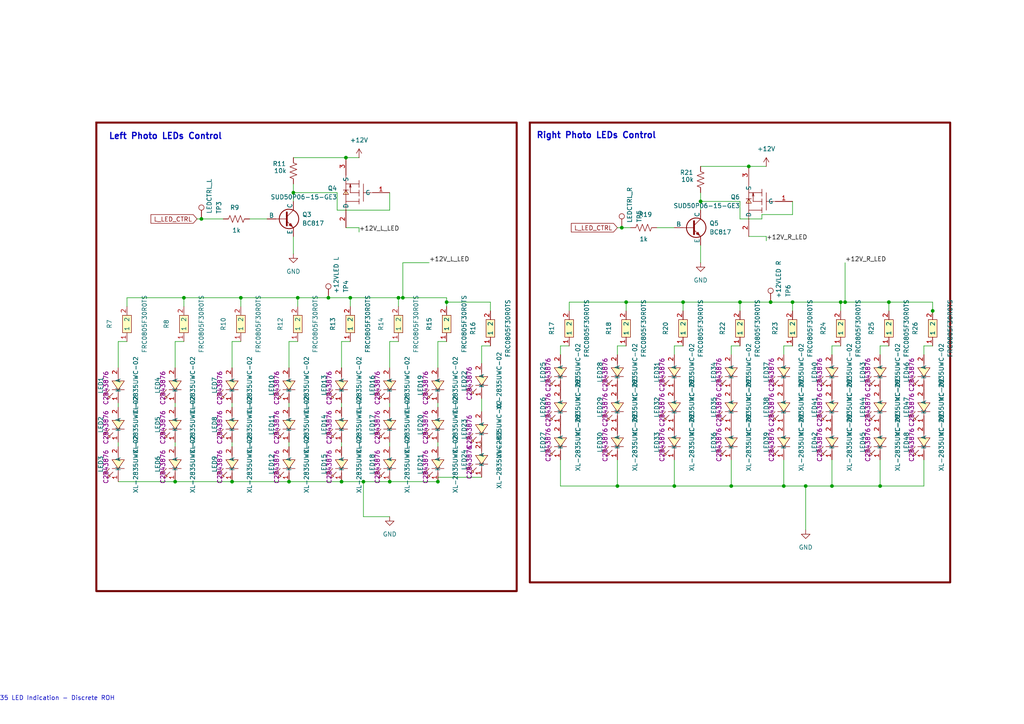
<source format=kicad_sch>
(kicad_sch (version 20250114) (generator "eeschema") (generator_version "9.0")
  (paper "A4")
  (lib_symbols
    (symbol "MB_Library:+12V" (power) (pin_numbers (hide yes)) (pin_names (offset 0) (hide yes))
      (property "Value" "+12V" (at 0 3.556 0))
      (symbol "+12V_1_1"
        (pin power_in line (at 0 0 90) (length 0) (name "~") (number "1"))
      )
    )
    (symbol "MB_Library:BC817_NPN_BJT" (pin_numbers (hide yes)) (pin_names (offset 0))
      (property "Reference" "Q" (at -2.54 7.62 0))
      (property "Value" "BC817_NPN_BJT" (at -2.54 5.08 0))
      (symbol "BC817_NPN_BJT_1_1"
        (pin input line (at -5.08 0 0) (length 2.54) (name "B") (number "1"))
        (pin open_collector line (at 2.54 5.08 270) (length 2.54) (name "C") (number "3"))
        (pin open_emitter line (at 2.54 -5.08 90) (length 2.54) (name "E") (number "2"))
      )
    )
    (symbol "MB_Library:FRC0805F30R0TS"
      (property "Reference" "R" (at 0 5.08 0))
      (property "Value" "FRC0805F30R0TS" (at 0 -5.08 0))
      (symbol "FRC0805F30R0TS_0_1"
        (pin unspecified line (at -5.08 0 0) (length 2.54) (name "1") (number "1"))
        (pin unspecified line (at 5.08 0 180) (length 2.54) (name "2") (number "2"))
      )
    )
    (symbol "MB_Library:GND" (power) (pin_numbers (hide yes)) (pin_names (offset 0) (hide yes))
      (property "Value" "GND" (at 0 -3.81 0))
      (symbol "GND_1_1"
        (pin power_in line (at 0 0 270) (length 0) (name "~") (number "1"))
      )
    )
    (symbol "MB_Library:R_US" (pin_numbers (hide yes)) (pin_names (offset 0))
      (property "Reference" "R" (at 2.54 0 90))
      (property "Value" "R_US" (at -2.54 0 90))
      (symbol "R_US_1_1"
        (pin passive line (at 0 3.81 270) (length 1.27) (name "~") (number "1"))
        (pin passive line (at 0 -3.81 90) (length 1.27) (name "~") (number "2"))
      )
    )
    (symbol "MB_Library:SUD50P06-15-GE3"
      (property "Reference" "Q" (at 0 15.24 0))
      (property "Value" "SUD50P06-15-GE3" (at 0 -15.24 0))
      (symbol "SUD50P06-15-GE3_0_1"
        (pin unspecified line (at -7.62 0 0) (length 5.08) (name "G") (number "1"))
        (pin unspecified line (at 5.08 10.16 270) (length 5.08) (name "S") (number "3"))
        (pin unspecified line (at 5.08 -10.16 90) (length 5.08) (name "D") (number "2"))
      )
    )
    (symbol "MB_Library:TestPoint" (pin_numbers (hide yes)) (pin_names (offset 0.762) (hide yes))
      (property "Reference" "TP" (at 0 6.858 0))
      (property "Value" "TestPoint" (at 0 5.08 0))
      (symbol "TestPoint_1_1"
        (pin passive line (at 0 0 90) (length 2.54) (name "1") (number "1"))
      )
    )
    (symbol "MB_Library:XL-2835UWC-02"
      (property "Reference" "LED" (at 0 5.08 0))
      (property "Value" "XL-2835UWC-02" (at 0 -5.08 0))
      (symbol "XL-2835UWC-02_0_1"
        (pin unspecified line (at -5.08 0 0) (length 2.54) (name "K") (number "1"))
        (pin unspecified line (at 5.08 0 180) (length 2.54) (name "A") (number "2"))
      )
    )
  )
  (rectangle (start 27.94 35.56) (end 149.86 171.45) (stroke (width 0.5842) (color 110 0 0 1)))
  (rectangle (start 153.67 35.56) (end 275.59 168.91) (stroke (width 0.5842) (color 110 0 0 1)))
  (text "XINGLIGHT XL-2835UWC-02 	\n60mA 6000K~7500K Yellow lens -20℃~+85℃ Positive Stick White 120° 200mW 3.4V SMD2835 LED Indication - Discrete ROH\n\nFigure out:\nHow much current do these LEDs need \n\nhow many batches per transistor thing\n\nwhat is the light angle of these LEDS (if any) without lens is cheaper\n\nCurrent per led = 60mA\nTotal current = 8(columns) x 60mA\n			  = 480mA\nTotal Luminous required = ?? lm  \nPer led luminous = ??? lm\n10 led Luminous = ???? lm" (at -28.194 215.9 0) (effects (font (size 1.27 1.27))))
  (text "Right Photo LEDs Control" (at 172.974 39.37 0) (effects (font (size 1.778 1.778) (thickness 0.3556) (bold yes))))
  (text "Left Photo LEDs Control" (at 48.006 39.624 0) (effects (font (size 1.778 1.778) (thickness 0.3556) (bold yes))))
  (junction (at 179.07 140.97))
  (junction (at 217.17 48.26))
  (junction (at 241.3 140.97))
  (junction (at 243.84 87.63))
  (junction (at 58.42 63.5))
  (junction (at 101.6 86.36))
  (junction (at 127 139.7))
  (junction (at 105.41 139.7))
  (junction (at 195.58 140.97))
  (junction (at 116.84 86.36))
  (junction (at 99.06 139.7))
  (junction (at 229.87 87.63))
  (junction (at 115.57 86.36))
  (junction (at 83.82 139.7))
  (junction (at 198.12 87.63))
  (junction (at 67.31 139.7))
  (junction (at 95.25 86.36))
  (junction (at 180.34 66.04))
  (junction (at 85.09 55.88))
  (junction (at 227.33 140.97))
  (junction (at 86.36 86.36))
  (junction (at 100.33 45.72))
  (junction (at 257.81 87.63))
  (junction (at 129.54 87.63))
  (junction (at 214.63 87.63))
  (junction (at 53.34 86.36))
  (junction (at 270.51 90.17))
  (junction (at 50.8 139.7))
  (junction (at 212.09 140.97))
  (junction (at 203.2 58.42))
  (junction (at 69.85 86.36))
  (junction (at 255.27 140.97))
  (junction (at 245.11 87.63))
  (junction (at 181.61 87.63))
  (junction (at 113.03 139.7))
  (junction (at 233.68 140.97))
  (junction (at 223.52 87.63))
  (wire (pts (xy 255.27 100.33) (xy 257.81 100.33)))
  (wire (pts (xy 67.31 116.84) (xy 67.31 118.11)))
  (wire (pts (xy 85.09 53.34) (xy 85.09 55.88)))
  (wire (pts (xy 162.56 140.97) (xy 179.07 140.97)))
  (wire (pts (xy 229.87 90.17) (xy 229.87 87.63)))
  (wire (pts (xy 181.61 90.17) (xy 181.61 87.63)))
  (wire (pts (xy 195.58 133.35) (xy 195.58 140.97)))
  (wire (pts (xy 223.52 87.63) (xy 229.87 87.63)))
  (wire (pts (xy 105.41 149.86) (xy 113.03 149.86)))
  (wire (pts (xy 162.56 100.33) (xy 165.1 100.33)))
  (wire (pts (xy 267.97 100.33) (xy 270.51 100.33)))
  (wire (pts (xy 99.06 99.06) (xy 101.6 99.06)))
  (wire (pts (xy 233.68 140.97) (xy 241.3 140.97)))
  (wire (pts (xy 53.34 86.36) (xy 69.85 86.36)))
  (wire (pts (xy 243.84 90.17) (xy 243.84 87.63)))
  (wire (pts (xy 85.09 55.88) (xy 85.09 58.42)))
  (wire (pts (xy 241.3 100.33) (xy 241.3 102.87)))
  (wire (pts (xy 203.2 55.88) (xy 203.2 58.42)))
  (wire (pts (xy 104.14 67.31) (xy 104.14 66.04)))
  (wire (pts (xy 217.17 48.26) (xy 222.25 48.26)))
  (wire (pts (xy 113.03 99.06) (xy 113.03 106.68)))
  (wire (pts (xy 50.8 99.06) (xy 50.8 106.68)))
  (wire (pts (xy 220.98 63.5) (xy 220.98 62.23)))
  (wire (pts (xy 115.57 88.9) (xy 115.57 86.36)))
  (wire (pts (xy 83.82 99.06) (xy 83.82 106.68)))
  (wire (pts (xy 83.82 139.7) (xy 99.06 139.7)))
  (wire (pts (xy 203.2 58.42) (xy 203.2 60.96)))
  (wire (pts (xy 72.39 63.5) (xy 77.47 63.5)))
  (wire (pts (xy 212.09 100.33) (xy 212.09 102.87)))
  (wire (pts (xy 227.33 100.33) (xy 227.33 102.87)))
  (wire (pts (xy 67.31 128.27) (xy 67.31 129.54)))
  (wire (pts (xy 227.33 140.97) (xy 233.68 140.97)))
  (wire (pts (xy 217.17 68.58) (xy 222.25 68.58)))
  (wire (pts (xy 139.7 100.33) (xy 142.24 100.33)))
  (wire (pts (xy 165.1 87.63) (xy 181.61 87.63)))
  (wire (pts (xy 270.51 90.17) (xy 270.51 87.63)))
  (wire (pts (xy 36.83 86.36) (xy 53.34 86.36)))
  (wire (pts (xy 257.81 87.63) (xy 270.51 87.63)))
  (wire (pts (xy 142.24 90.17) (xy 142.24 87.63)))
  (wire (pts (xy 181.61 87.63) (xy 198.12 87.63)))
  (wire (pts (xy 179.07 100.33) (xy 181.61 100.33)))
  (wire (pts (xy 113.03 139.7) (xy 127 139.7)))
  (wire (pts (xy 113.03 128.27) (xy 113.03 129.54)))
  (wire (pts (xy 129.54 87.63) (xy 142.24 87.63)))
  (wire (pts (xy 95.25 86.36) (xy 101.6 86.36)))
  (wire (pts (xy 139.7 128.27) (xy 139.7 129.54)))
  (wire (pts (xy 86.36 86.36) (xy 95.25 86.36)))
  (wire (pts (xy 86.36 88.9) (xy 86.36 86.36)))
  (wire (pts (xy 83.82 116.84) (xy 83.82 118.11)))
  (wire (pts (xy 179.07 100.33) (xy 179.07 102.87)))
  (wire (pts (xy 203.2 58.42) (xy 214.63 58.42)))
  (wire (pts (xy 113.03 99.06) (xy 115.57 99.06)))
  (wire (pts (xy 214.63 87.63) (xy 223.52 87.63)))
  (wire (pts (xy 99.06 139.7) (xy 105.41 139.7)))
  (wire (pts (xy 179.07 133.35) (xy 179.07 140.97)))
  (wire (pts (xy 257.81 90.17) (xy 257.81 87.63)))
  (wire (pts (xy 267.97 140.97) (xy 255.27 140.97)))
  (wire (pts (xy 267.97 133.35) (xy 267.97 140.97)))
  (wire (pts (xy 99.06 128.27) (xy 99.06 129.54)))
  (wire (pts (xy 127 138.43) (xy 127 139.7)))
  (wire (pts (xy 227.33 133.35) (xy 227.33 140.97)))
  (wire (pts (xy 139.7 100.33) (xy 139.7 105.41)))
  (wire (pts (xy 100.33 45.72) (xy 104.14 45.72)))
  (wire (pts (xy 267.97 100.33) (xy 267.97 102.87)))
  (wire (pts (xy 53.34 88.9) (xy 53.34 86.36)))
  (wire (pts (xy 113.03 116.84) (xy 113.03 118.11)))
  (wire (pts (xy 34.29 128.27) (xy 34.29 129.54)))
  (wire (pts (xy 165.1 90.17) (xy 165.1 87.63)))
  (wire (pts (xy 220.98 62.23) (xy 229.87 62.23)))
  (wire (pts (xy 212.09 140.97) (xy 227.33 140.97)))
  (wire (pts (xy 105.41 139.7) (xy 105.41 149.86)))
  (wire (pts (xy 139.7 138.43) (xy 127 138.43)))
  (wire (pts (xy 129.54 88.9) (xy 129.54 87.63)))
  (wire (pts (xy 129.54 87.63) (xy 129.54 86.36)))
  (wire (pts (xy 179.07 66.04) (xy 180.34 66.04)))
  (wire (pts (xy 100.33 66.04) (xy 104.14 66.04)))
  (wire (pts (xy 162.56 100.33) (xy 162.56 102.87)))
  (wire (pts (xy 36.83 88.9) (xy 36.83 86.36)))
  (wire (pts (xy 101.6 88.9) (xy 101.6 86.36)))
  (wire (pts (xy 139.7 115.57) (xy 139.7 119.38)))
  (wire (pts (xy 179.07 140.97) (xy 195.58 140.97)))
  (wire (pts (xy 34.29 99.06) (xy 36.83 99.06)))
  (wire (pts (xy 195.58 140.97) (xy 212.09 140.97)))
  (wire (pts (xy 198.12 87.63) (xy 214.63 87.63)))
  (wire (pts (xy 50.8 139.7) (xy 67.31 139.7)))
  (wire (pts (xy 162.56 133.35) (xy 162.56 140.97)))
  (wire (pts (xy 34.29 99.06) (xy 34.29 106.68)))
  (wire (pts (xy 85.09 68.58) (xy 85.09 73.66)))
  (wire (pts (xy 101.6 86.36) (xy 115.57 86.36)))
  (wire (pts (xy 113.03 60.96) (xy 113.03 55.88)))
  (wire (pts (xy 127 99.06) (xy 127 106.68)))
  (wire (pts (xy 127 128.27) (xy 127 129.54)))
  (wire (pts (xy 214.63 90.17) (xy 214.63 87.63)))
  (wire (pts (xy 69.85 88.9) (xy 69.85 86.36)))
  (wire (pts (xy 243.84 87.63) (xy 245.11 87.63)))
  (wire (pts (xy 270.51 91.44) (xy 270.51 90.17)))
  (wire (pts (xy 227.33 100.33) (xy 229.87 100.33)))
  (wire (pts (xy 245.11 76.2) (xy 245.11 87.63)))
  (wire (pts (xy 255.27 133.35) (xy 255.27 140.97)))
  (wire (pts (xy 50.8 116.84) (xy 50.8 118.11)))
  (wire (pts (xy 229.87 62.23) (xy 229.87 58.42)))
  (wire (pts (xy 50.8 128.27) (xy 50.8 129.54)))
  (wire (pts (xy 83.82 128.27) (xy 83.82 129.54)))
  (wire (pts (xy 105.41 139.7) (xy 113.03 139.7)))
  (wire (pts (xy 67.31 99.06) (xy 67.31 106.68)))
  (wire (pts (xy 99.06 116.84) (xy 99.06 118.11)))
  (wire (pts (xy 180.34 66.04) (xy 182.88 66.04)))
  (wire (pts (xy 83.82 99.06) (xy 86.36 99.06)))
  (wire (pts (xy 222.25 69.85) (xy 222.25 68.58)))
  (wire (pts (xy 241.3 100.33) (xy 243.84 100.33)))
  (wire (pts (xy 212.09 100.33) (xy 214.63 100.33)))
  (wire (pts (xy 233.68 140.97) (xy 233.68 153.67)))
  (wire (pts (xy 69.85 86.36) (xy 86.36 86.36)))
  (wire (pts (xy 85.09 55.88) (xy 97.79 55.88)))
  (wire (pts (xy 116.84 76.2) (xy 124.46 76.2)))
  (wire (pts (xy 97.79 55.88) (xy 97.79 60.96)))
  (wire (pts (xy 241.3 140.97) (xy 255.27 140.97)))
  (wire (pts (xy 195.58 100.33) (xy 195.58 102.87)))
  (wire (pts (xy 58.42 63.5) (xy 64.77 63.5)))
  (wire (pts (xy 195.58 100.33) (xy 198.12 100.33)))
  (wire (pts (xy 116.84 86.36) (xy 129.54 86.36)))
  (wire (pts (xy 229.87 87.63) (xy 243.84 87.63)))
  (wire (pts (xy 116.84 76.2) (xy 116.84 86.36)))
  (wire (pts (xy 67.31 139.7) (xy 83.82 139.7)))
  (wire (pts (xy 214.63 58.42) (xy 214.63 63.5)))
  (wire (pts (xy 212.09 133.35) (xy 212.09 140.97)))
  (wire (pts (xy 241.3 133.35) (xy 241.3 140.97)))
  (wire (pts (xy 34.29 116.84) (xy 34.29 118.11)))
  (wire (pts (xy 99.06 99.06) (xy 99.06 106.68)))
  (wire (pts (xy 203.2 48.26) (xy 217.17 48.26)))
  (wire (pts (xy 255.27 100.33) (xy 255.27 102.87)))
  (wire (pts (xy 198.12 90.17) (xy 198.12 87.63)))
  (wire (pts (xy 214.63 63.5) (xy 220.98 63.5)))
  (wire (pts (xy 203.2 71.12) (xy 203.2 76.2)))
  (wire (pts (xy 127 99.06) (xy 129.54 99.06)))
  (wire (pts (xy 97.79 60.96) (xy 113.03 60.96)))
  (wire (pts (xy 190.5 66.04) (xy 195.58 66.04)))
  (wire (pts (xy 127 116.84) (xy 127 118.11)))
  (wire (pts (xy 115.57 86.36) (xy 116.84 86.36)))
  (wire (pts (xy 50.8 99.06) (xy 53.34 99.06)))
  (wire (pts (xy 85.09 45.72) (xy 100.33 45.72)))
  (wire (pts (xy 57.15 63.5) (xy 58.42 63.5)))
  (wire (pts (xy 245.11 87.63) (xy 257.81 87.63)))
  (wire (pts (xy 67.31 99.06) (xy 69.85 99.06)))
  (wire (pts (xy 34.29 139.7) (xy 50.8 139.7)))
  (label "+12V_R_LED" (at 245.11 76.2 0))
  (label "+12V_L_LED" (at 104.14 67.31 0))
  (label "+12V_R_LED" (at 222.25 69.85 0))
  (label "+12V_L_LED" (at 124.46 76.2 0))
  (global_label "L_LED_CTRL" (shape input) (at 179.07 66.04 180) (property "Intersheetrefs" "${INTERSHEET_REFS}" (effects (hide yes))))
  (global_label "L_LED_CTRL" (shape input) (at 57.15 63.5 180) (property "Intersheetrefs" "${INTERSHEET_REFS}" (effects (hide yes))))
  (symbol (lib_id "MB_Library:FRC0805F30R0TS") (at 69.85 93.98 90) (unit 1)
    (property "Reference" "R10" (at 64.77 93.98 0))
    (property "Value" "FRC0805F30R0TS" (at 74.93 93.98 0))
    (property "Footprint" "easyeda2kicad:R0805" (effects (hide yes)))
    (property "LCSC Part" "C2907256" (effects (hide yes)))
  )
  (symbol (lib_id "MB_Library:+12V") (at 222.25 48.26 0) (unit 1)
    (property "Reference" "#PWR038" (effects (hide yes)))
    (property "Value" "+12V" (at 222.25 43.18 0))
    (property "Description" "Power symbol creates a global label with name \"+12V\"" (effects (hide yes)))
  )
  (symbol (lib_id "MB_Library:BC817_NPN_BJT") (at 200.66 66.04 0) (unit 1)
    (property "Reference" "Q5" (at 205.74 64.7699 0) (effects (justify left)))
    (property "Value" "BC817" (at 205.74 67.3099 0) (effects (justify left)))
    (property "Footprint" "Package_TO_SOT_SMD:SOT-23" (effects (hide yes)))
    (property "Datasheet" "https://ngspice.sourceforge.io/docs/ngspice-html-manual/manual.xhtml#cha_BJTs" (effects (hide yes)))
    (property "Description" "Bipolar transistor symbol for simulation only, substrate tied to the emitter" (effects (hide yes)))
    (property "Sim.Device" "NPN" (effects (hide yes)))
    (property "Sim.Type" "GUMMELPOON" (effects (hide yes)))
    (property "Sim.Pins" "1=C 2=B 3=E" (effects (hide yes)))
    (property "LCSC Part no " "C39828" (effects (hide yes)))
  )
  (symbol (lib_id "MB_Library:XL-2835UWC-02") (at 113.03 111.76 90) (unit 1)
    (property "Reference" "LED16" (at 107.95 111.76 0))
    (property "Value" "XL-2835UWC-02" (at 118.11 111.76 0))
    (property "Footprint" "easyeda2kicad:LED-SMD_L3.5-W2.8-RD_1.25T-2PWT" (effects (hide yes)))
    (property "Description" "Light emitting diode" (effects (hide yes)))
    (property "Sim.Pins" "1=K 2=A" (effects (hide yes)))
    (property "LCSC Part no " "C2843876" (at 109.474 112.522 0))
    (property "Digikey Part No" "JB2835BWT-G-B50GA0000-N0000001" (effects (hide yes)))
    (property "LCSC Part" "C2843876" (effects (hide yes)))
  )
  (symbol (lib_id "MB_Library:XL-2835UWC-02") (at 99.06 134.62 90) (unit 1)
    (property "Reference" "LED15" (at 93.98 134.62 0))
    (property "Value" "XL-2835UWC-02" (at 104.14 134.62 0))
    (property "Footprint" "easyeda2kicad:LED-SMD_L3.5-W2.8-RD_1.25T-2PWT" (effects (hide yes)))
    (property "Description" "Light emitting diode" (effects (hide yes)))
    (property "Sim.Pins" "1=K 2=A" (effects (hide yes)))
    (property "LCSC Part no " "C2843876" (at 95.504 135.382 0))
    (property "Digikey Part No" "JB2835BWT-G-B50GA0000-N0000001" (effects (hide yes)))
    (property "LCSC Part" "C2843876" (effects (hide yes)))
  )
  (symbol (lib_id "MB_Library:FRC0805F30R0TS") (at 181.61 95.25 90) (unit 1)
    (property "Reference" "R18" (at 176.53 95.25 0))
    (property "Value" "FRC0805F30R0TS" (at 186.69 95.25 0))
    (property "Footprint" "easyeda2kicad:R0805" (effects (hide yes)))
    (property "LCSC Part" "C2907256" (effects (hide yes)))
  )
  (symbol (lib_id "MB_Library:XL-2835UWC-02") (at 241.3 118.11 90) (unit 1)
    (property "Reference" "LED41" (at 236.22 118.11 0))
    (property "Value" "XL-2835UWC-02" (at 246.38 118.11 0))
    (property "Footprint" "easyeda2kicad:LED-SMD_L3.5-W2.8-RD_1.25T-2PWT" (effects (hide yes)))
    (property "Description" "Light emitting diode" (effects (hide yes)))
    (property "Sim.Pins" "1=K 2=A" (effects (hide yes)))
    (property "LCSC Part no " "C2843876" (at 237.744 118.872 0))
    (property "Digikey Part No" "JB2835BWT-G-B50GA0000-N0000001" (effects (hide yes)))
    (property "LCSC Part" "C2843876" (effects (hide yes)))
  )
  (symbol (lib_id "MB_Library:XL-2835UWC-02") (at 255.27 118.11 90) (unit 1)
    (property "Reference" "LED44" (at 250.19 118.11 0))
    (property "Value" "XL-2835UWC-02" (at 260.35 118.11 0))
    (property "Footprint" "easyeda2kicad:LED-SMD_L3.5-W2.8-RD_1.25T-2PWT" (effects (hide yes)))
    (property "Description" "Light emitting diode" (effects (hide yes)))
    (property "Sim.Pins" "1=K 2=A" (effects (hide yes)))
    (property "LCSC Part no " "C2843876" (at 251.714 118.872 0))
    (property "Digikey Part No" "JB2835BWT-G-B50GA0000-N0000001" (effects (hide yes)))
    (property "LCSC Part" "C2843876" (effects (hide yes)))
  )
  (symbol (lib_id "MB_Library:BC817_NPN_BJT") (at 82.55 63.5 0) (unit 1)
    (property "Reference" "Q3" (at 87.63 62.2299 0) (effects (justify left)))
    (property "Value" "BC817" (at 87.63 64.7699 0) (effects (justify left)))
    (property "Footprint" "Package_TO_SOT_SMD:SOT-23" (effects (hide yes)))
    (property "Datasheet" "https://ngspice.sourceforge.io/docs/ngspice-html-manual/manual.xhtml#cha_BJTs" (effects (hide yes)))
    (property "Description" "Bipolar transistor symbol for simulation only, substrate tied to the emitter" (effects (hide yes)))
    (property "Sim.Device" "NPN" (effects (hide yes)))
    (property "Sim.Type" "GUMMELPOON" (effects (hide yes)))
    (property "Sim.Pins" "1=C 2=B 3=E" (effects (hide yes)))
    (property "LCSC Part no " "C39828" (effects (hide yes)))
  )
  (symbol (lib_id "MB_Library:FRC0805F30R0TS") (at 86.36 93.98 90) (unit 1)
    (property "Reference" "R12" (at 81.28 93.98 0))
    (property "Value" "FRC0805F30R0TS" (at 91.44 93.98 0))
    (property "Footprint" "easyeda2kicad:R0805" (effects (hide yes)))
    (property "LCSC Part" "C2907256" (effects (hide yes)))
  )
  (symbol (lib_id "MB_Library:XL-2835UWC-02") (at 67.31 134.62 90) (unit 1)
    (property "Reference" "LED9" (at 62.23 134.62 0))
    (property "Value" "XL-2835UWC-02" (at 72.39 134.62 0))
    (property "Footprint" "easyeda2kicad:LED-SMD_L3.5-W2.8-RD_1.25T-2PWT" (effects (hide yes)))
    (property "Description" "Light emitting diode" (effects (hide yes)))
    (property "Sim.Pins" "1=K 2=A" (effects (hide yes)))
    (property "LCSC Part no " "C2843876" (at 63.754 135.382 0))
    (property "Digikey Part No" "JB2835BWT-G-B50GA0000-N0000001" (effects (hide yes)))
    (property "LCSC Part" "C2843876" (effects (hide yes)))
  )
  (symbol (lib_id "MB_Library:XL-2835UWC-02") (at 50.8 134.62 90) (unit 1)
    (property "Reference" "LED6" (at 45.72 134.62 0))
    (property "Value" "XL-2835UWC-02" (at 55.88 134.62 0))
    (property "Footprint" "easyeda2kicad:LED-SMD_L3.5-W2.8-RD_1.25T-2PWT" (effects (hide yes)))
    (property "Description" "Light emitting diode" (effects (hide yes)))
    (property "Sim.Pins" "1=K 2=A" (effects (hide yes)))
    (property "LCSC Part no " "C2843876" (at 47.244 135.382 0))
    (property "Digikey Part No" "JB2835BWT-G-B50GA0000-N0000001" (effects (hide yes)))
    (property "LCSC Part" "C2843876" (effects (hide yes)))
  )
  (symbol (lib_id "MB_Library:XL-2835UWC-02") (at 162.56 118.11 90) (unit 1)
    (property "Reference" "LED26" (at 157.48 118.11 0))
    (property "Value" "XL-2835UWC-02" (at 167.64 118.11 0))
    (property "Footprint" "easyeda2kicad:LED-SMD_L3.5-W2.8-RD_1.25T-2PWT" (effects (hide yes)))
    (property "Description" "Light emitting diode" (effects (hide yes)))
    (property "Sim.Pins" "1=K 2=A" (effects (hide yes)))
    (property "LCSC Part no " "C2843876" (at 159.004 118.872 0))
    (property "Digikey Part No" "JB2835BWT-G-B50GA0000-N0000001" (effects (hide yes)))
    (property "LCSC Part" "C2843876" (effects (hide yes)))
  )
  (symbol (lib_id "MB_Library:SUD50P06-15-GE3") (at 105.41 55.88 0) (mirror y) (unit 1)
    (property "Reference" "Q4" (at 97.79 54.6099 0) (effects (justify left)))
    (property "Value" "SUD50P06-15-GE3" (at 97.79 57.1499 0) (effects (justify left)))
    (property "Footprint" "easyeda2kicad:TO-252-3_L6.5-W5.8-P4.58-BL" (effects (hide yes)))
    (property "Datasheet" "https://lcsc.com/product-detail/MOSFET_VISHAY_SUD50P06-15-GE3_SUD50P06-15-GE3_C141584.html" (effects (hide yes)))
    (property "LCSC Part" "C141584" (effects (hide yes)))
  )
  (symbol (lib_id "MB_Library:FRC0805F30R0TS") (at 129.54 93.98 90) (unit 1)
    (property "Reference" "R15" (at 124.46 93.98 0))
    (property "Value" "FRC0805F30R0TS" (at 134.62 93.98 0))
    (property "Footprint" "easyeda2kicad:R0805" (effects (hide yes)))
    (property "LCSC Part" "C2907256" (effects (hide yes)))
  )
  (symbol (lib_id "MB_Library:XL-2835UWC-02") (at 139.7 124.46 90) (unit 1)
    (property "Reference" "LED23" (at 134.62 124.46 0))
    (property "Value" "XL-2835UWC-02" (at 144.78 124.46 0))
    (property "Footprint" "easyeda2kicad:LED-SMD_L3.5-W2.8-RD_1.25T-2PWT" (effects (hide yes)))
    (property "Description" "Light emitting diode" (effects (hide yes)))
    (property "Sim.Pins" "1=K 2=A" (effects (hide yes)))
    (property "LCSC Part no " "C2843876" (at 136.144 125.222 0))
    (property "Digikey Part No" "JB2835BWT-G-B50GA0000-N0000001" (effects (hide yes)))
    (property "LCSC Part" "C2843876" (effects (hide yes)))
  )
  (symbol (lib_id "MB_Library:XL-2835UWC-02") (at 212.09 107.95 90) (unit 1)
    (property "Reference" "LED34" (at 207.01 107.95 0))
    (property "Value" "XL-2835UWC-02" (at 217.17 107.95 0))
    (property "Footprint" "easyeda2kicad:LED-SMD_L3.5-W2.8-RD_1.25T-2PWT" (effects (hide yes)))
    (property "Description" "Light emitting diode" (effects (hide yes)))
    (property "Sim.Pins" "1=K 2=A" (effects (hide yes)))
    (property "LCSC Part no " "C2843876" (at 208.534 108.712 0))
    (property "Digikey Part No" "JB2835BWT-G-B50GA0000-N0000001" (effects (hide yes)))
    (property "LCSC Part" "C2843876" (effects (hide yes)))
  )
  (symbol (lib_id "MB_Library:R_US") (at 85.09 49.53 180) (unit 1)
    (property "Reference" "R11" (at 81.026 47.498 0))
    (property "Value" "10k" (at 81.28 49.53 0))
    (property "Footprint" "Resistor_SMD:R_0805_2012Metric" (effects (hide yes)))
    (property "Description" "125mW Thick Film Resistors 150V ±100ppm/℃ ±1% 10kΩ 0805 Chip Resistor - Surface Mount ROHS" (effects (hide yes)))
    (property "LCSC Part no " "C84376" (effects (hide yes)))
  )
  (symbol (lib_id "MB_Library:FRC0805F30R0TS") (at 165.1 95.25 90) (unit 1)
    (property "Reference" "R17" (at 160.02 95.25 0))
    (property "Value" "FRC0805F30R0TS" (at 170.18 95.25 0))
    (property "Footprint" "easyeda2kicad:R0805" (effects (hide yes)))
    (property "LCSC Part" "C2907256" (effects (hide yes)))
  )
  (symbol (lib_id "MB_Library:XL-2835UWC-02") (at 195.58 128.27 90) (unit 1)
    (property "Reference" "LED33" (at 190.5 128.27 0))
    (property "Value" "XL-2835UWC-02" (at 200.66 128.27 0))
    (property "Footprint" "easyeda2kicad:LED-SMD_L3.5-W2.8-RD_1.25T-2PWT" (effects (hide yes)))
    (property "Description" "Light emitting diode" (effects (hide yes)))
    (property "Sim.Pins" "1=K 2=A" (effects (hide yes)))
    (property "LCSC Part no " "C2843876" (at 192.024 129.032 0))
    (property "Digikey Part No" "JB2835BWT-G-B50GA0000-N0000001" (effects (hide yes)))
    (property "LCSC Part" "C2843876" (effects (hide yes)))
  )
  (symbol (lib_id "MB_Library:XL-2835UWC-02") (at 162.56 128.27 90) (unit 1)
    (property "Reference" "LED27" (at 157.48 128.27 0))
    (property "Value" "XL-2835UWC-02" (at 167.64 128.27 0))
    (property "Footprint" "easyeda2kicad:LED-SMD_L3.5-W2.8-RD_1.25T-2PWT" (effects (hide yes)))
    (property "Description" "Light emitting diode" (effects (hide yes)))
    (property "Sim.Pins" "1=K 2=A" (effects (hide yes)))
    (property "LCSC Part no " "C2843876" (at 159.004 129.032 0))
    (property "Digikey Part No" "JB2835BWT-G-B50GA0000-N0000001" (effects (hide yes)))
    (property "LCSC Part" "C2843876" (effects (hide yes)))
  )
  (symbol (lib_id "MB_Library:XL-2835UWC-02") (at 241.3 128.27 90) (unit 1)
    (property "Reference" "LED42" (at 236.22 128.27 0))
    (property "Value" "XL-2835UWC-02" (at 246.38 128.27 0))
    (property "Footprint" "easyeda2kicad:LED-SMD_L3.5-W2.8-RD_1.25T-2PWT" (effects (hide yes)))
    (property "Description" "Light emitting diode" (effects (hide yes)))
    (property "Sim.Pins" "1=K 2=A" (effects (hide yes)))
    (property "LCSC Part no " "C2843876" (at 237.744 129.032 0))
    (property "Digikey Part No" "JB2835BWT-G-B50GA0000-N0000001" (effects (hide yes)))
    (property "LCSC Part" "C2843876" (effects (hide yes)))
  )
  (symbol (lib_id "MB_Library:XL-2835UWC-02") (at 127 123.19 90) (unit 1)
    (property "Reference" "LED20" (at 121.92 123.19 0))
    (property "Value" "XL-2835UWC-02" (at 132.08 123.19 0))
    (property "Footprint" "easyeda2kicad:LED-SMD_L3.5-W2.8-RD_1.25T-2PWT" (effects (hide yes)))
    (property "Description" "Light emitting diode" (effects (hide yes)))
    (property "Sim.Pins" "1=K 2=A" (effects (hide yes)))
    (property "LCSC Part no " "C2843876" (at 123.444 123.952 0))
    (property "Digikey Part No" "JB2835BWT-G-B50GA0000-N0000001" (effects (hide yes)))
    (property "LCSC Part" "C2843876" (effects (hide yes)))
  )
  (symbol (lib_id "MB_Library:XL-2835UWC-02") (at 267.97 107.95 90) (unit 1)
    (property "Reference" "LED46" (at 262.89 107.95 0))
    (property "Value" "XL-2835UWC-02" (at 273.05 107.95 0))
    (property "Footprint" "easyeda2kicad:LED-SMD_L3.5-W2.8-RD_1.25T-2PWT" (effects (hide yes)))
    (property "Description" "Light emitting diode" (effects (hide yes)))
    (property "Sim.Pins" "1=K 2=A" (effects (hide yes)))
    (property "LCSC Part no " "C2843876" (at 264.414 108.712 0))
    (property "Digikey Part No" "JB2835BWT-G-B50GA0000-N0000001" (effects (hide yes)))
    (property "LCSC Part" "C2843876" (effects (hide yes)))
  )
  (symbol (lib_id "MB_Library:XL-2835UWC-02") (at 83.82 123.19 90) (unit 1)
    (property "Reference" "LED11" (at 78.74 123.19 0))
    (property "Value" "XL-2835UWC-02" (at 88.9 123.19 0))
    (property "Footprint" "easyeda2kicad:LED-SMD_L3.5-W2.8-RD_1.25T-2PWT" (effects (hide yes)))
    (property "Description" "Light emitting diode" (effects (hide yes)))
    (property "Sim.Pins" "1=K 2=A" (effects (hide yes)))
    (property "LCSC Part no " "C2843876" (at 80.264 123.952 0))
    (property "Digikey Part No" "JB2835BWT-G-B50GA0000-N0000001" (effects (hide yes)))
    (property "LCSC Part" "C2843876" (effects (hide yes)))
  )
  (symbol (lib_id "MB_Library:XL-2835UWC-02") (at 34.29 123.19 90) (unit 1)
    (property "Reference" "LED2" (at 29.21 123.19 0))
    (property "Value" "XL-2835UWC-02" (at 39.37 123.19 0))
    (property "Footprint" "easyeda2kicad:LED-SMD_L3.5-W2.8-RD_1.25T-2PWT" (effects (hide yes)))
    (property "Description" "Light emitting diode" (effects (hide yes)))
    (property "Sim.Pins" "1=K 2=A" (effects (hide yes)))
    (property "LCSC Part no " "C2843876" (at 30.734 123.952 0))
    (property "Digikey Part No" "JB2835BWT-G-B50GA0000-N0000001" (effects (hide yes)))
    (property "LCSC Part" "C2843876" (effects (hide yes)))
  )
  (symbol (lib_id "MB_Library:XL-2835UWC-02") (at 34.29 134.62 90) (unit 1)
    (property "Reference" "LED3" (at 29.21 134.62 0))
    (property "Value" "XL-2835UWC-02" (at 39.37 134.62 0))
    (property "Footprint" "easyeda2kicad:LED-SMD_L3.5-W2.8-RD_1.25T-2PWT" (effects (hide yes)))
    (property "Description" "Light emitting diode" (effects (hide yes)))
    (property "Sim.Pins" "1=K 2=A" (effects (hide yes)))
    (property "LCSC Part no " "C2843876" (at 30.734 135.382 0))
    (property "Digikey Part No" "JB2835BWT-G-B50GA0000-N0000001" (effects (hide yes)))
    (property "LCSC Part" "C2843876" (effects (hide yes)))
  )
  (symbol (lib_id "MB_Library:XL-2835UWC-02") (at 99.06 111.76 90) (unit 1)
    (property "Reference" "LED13" (at 93.98 111.76 0))
    (property "Value" "XL-2835UWC-02" (at 104.14 111.76 0))
    (property "Footprint" "easyeda2kicad:LED-SMD_L3.5-W2.8-RD_1.25T-2PWT" (effects (hide yes)))
    (property "Description" "Light emitting diode" (effects (hide yes)))
    (property "Sim.Pins" "1=K 2=A" (effects (hide yes)))
    (property "LCSC Part no " "C2843876" (at 95.504 112.522 0))
    (property "Digikey Part No" "JB2835BWT-G-B50GA0000-N0000001" (effects (hide yes)))
    (property "LCSC Part" "C2843876" (effects (hide yes)))
  )
  (symbol (lib_id "MB_Library:GND") (at 85.09 73.66 0) (unit 1)
    (property "Reference" "#PWR034" (effects (hide yes)))
    (property "Value" "GND" (at 85.09 78.74 0))
    (property "Description" "Power symbol creates a global label with name \"GND\" , ground" (effects (hide yes)))
  )
  (symbol (lib_id "MB_Library:XL-2835UWC-02") (at 83.82 111.76 90) (unit 1)
    (property "Reference" "LED10" (at 78.74 111.76 0))
    (property "Value" "XL-2835UWC-02" (at 88.9 111.76 0))
    (property "Footprint" "easyeda2kicad:LED-SMD_L3.5-W2.8-RD_1.25T-2PWT" (effects (hide yes)))
    (property "Description" "Light emitting diode" (effects (hide yes)))
    (property "Sim.Pins" "1=K 2=A" (effects (hide yes)))
    (property "LCSC Part no " "C2843876" (at 80.264 112.522 0))
    (property "Digikey Part No" "JB2835BWT-G-B50GA0000-N0000001" (effects (hide yes)))
    (property "LCSC Part" "C2843876" (effects (hide yes)))
  )
  (symbol (lib_id "MB_Library:GND") (at 113.03 149.86 0) (unit 1)
    (property "Reference" "#PWR036" (effects (hide yes)))
    (property "Value" "GND" (at 113.03 154.94 0))
    (property "Description" "Power symbol creates a global label with name \"GND\" , ground" (effects (hide yes)))
  )
  (symbol (lib_id "MB_Library:TestPoint") (at 223.52 87.63 0) (unit 1)
    (property "Reference" "TP6" (at 228.6 84.328 90))
    (property "Value" "+12VLED R" (at 225.806 81.026 90))
    (property "Footprint" "TestPoint:TestPoint_THTPad_D1.0mm_Drill0.5mm" (effects (hide yes)))
    (property "Description" "test point" (effects (hide yes)))
  )
  (symbol (lib_id "MB_Library:XL-2835UWC-02") (at 127 134.62 90) (unit 1)
    (property "Reference" "LED21" (at 121.92 134.62 0))
    (property "Value" "XL-2835UWC-02" (at 132.08 134.62 0))
    (property "Footprint" "easyeda2kicad:LED-SMD_L3.5-W2.8-RD_1.25T-2PWT" (effects (hide yes)))
    (property "Description" "Light emitting diode" (effects (hide yes)))
    (property "Sim.Pins" "1=K 2=A" (effects (hide yes)))
    (property "LCSC Part no " "C2843876" (at 123.444 135.382 0))
    (property "Digikey Part No" "JB2835BWT-G-B50GA0000-N0000001" (effects (hide yes)))
    (property "LCSC Part" "C2843876" (effects (hide yes)))
  )
  (symbol (lib_id "MB_Library:FRC0805F30R0TS") (at 115.57 93.98 90) (unit 1)
    (property "Reference" "R14" (at 110.49 93.98 0))
    (property "Value" "FRC0805F30R0TS" (at 120.65 93.98 0))
    (property "Footprint" "easyeda2kicad:R0805" (effects (hide yes)))
    (property "LCSC Part" "C2907256" (effects (hide yes)))
  )
  (symbol (lib_id "MB_Library:XL-2835UWC-02") (at 212.09 118.11 90) (unit 1)
    (property "Reference" "LED35" (at 207.01 118.11 0))
    (property "Value" "XL-2835UWC-02" (at 217.17 118.11 0))
    (property "Footprint" "easyeda2kicad:LED-SMD_L3.5-W2.8-RD_1.25T-2PWT" (effects (hide yes)))
    (property "Description" "Light emitting diode" (effects (hide yes)))
    (property "Sim.Pins" "1=K 2=A" (effects (hide yes)))
    (property "LCSC Part no " "C2843876" (at 208.534 118.872 0))
    (property "Digikey Part No" "JB2835BWT-G-B50GA0000-N0000001" (effects (hide yes)))
    (property "LCSC Part" "C2843876" (effects (hide yes)))
  )
  (symbol (lib_id "MB_Library:+12V") (at 104.14 45.72 0) (unit 1)
    (property "Reference" "#PWR035" (effects (hide yes)))
    (property "Value" "+12V" (at 104.14 40.64 0))
    (property "Description" "Power symbol creates a global label with name \"+12V\"" (effects (hide yes)))
  )
  (symbol (lib_id "MB_Library:FRC0805F30R0TS") (at 214.63 95.25 90) (unit 1)
    (property "Reference" "R22" (at 209.55 95.25 0))
    (property "Value" "FRC0805F30R0TS" (at 219.71 95.25 0))
    (property "Footprint" "easyeda2kicad:R0805" (effects (hide yes)))
    (property "LCSC Part" "C2907256" (effects (hide yes)))
  )
  (symbol (lib_id "MB_Library:FRC0805F30R0TS") (at 257.81 95.25 90) (unit 1)
    (property "Reference" "R25" (at 252.73 95.25 0))
    (property "Value" "FRC0805F30R0TS" (at 262.89 95.25 0))
    (property "Footprint" "easyeda2kicad:R0805" (effects (hide yes)))
    (property "LCSC Part" "C2907256" (effects (hide yes)))
  )
  (symbol (lib_id "MB_Library:XL-2835UWC-02") (at 255.27 107.95 90) (unit 1)
    (property "Reference" "LED43" (at 250.19 107.95 0))
    (property "Value" "XL-2835UWC-02" (at 260.35 107.95 0))
    (property "Footprint" "easyeda2kicad:LED-SMD_L3.5-W2.8-RD_1.25T-2PWT" (effects (hide yes)))
    (property "Description" "Light emitting diode" (effects (hide yes)))
    (property "Sim.Pins" "1=K 2=A" (effects (hide yes)))
    (property "LCSC Part no " "C2843876" (at 251.714 108.712 0))
    (property "Digikey Part No" "JB2835BWT-G-B50GA0000-N0000001" (effects (hide yes)))
    (property "LCSC Part" "C2843876" (effects (hide yes)))
  )
  (symbol (lib_id "MB_Library:GND") (at 203.2 76.2 0) (unit 1)
    (property "Reference" "#PWR037" (effects (hide yes)))
    (property "Value" "GND" (at 203.2 81.28 0))
    (property "Description" "Power symbol creates a global label with name \"GND\" , ground" (effects (hide yes)))
  )
  (symbol (lib_id "MB_Library:XL-2835UWC-02") (at 139.7 133.35 90) (unit 1)
    (property "Reference" "LED24" (at 134.62 133.35 0))
    (property "Value" "XL-2835UWC-02" (at 144.78 133.35 0))
    (property "Footprint" "easyeda2kicad:LED-SMD_L3.5-W2.8-RD_1.25T-2PWT" (effects (hide yes)))
    (property "Description" "Light emitting diode" (effects (hide yes)))
    (property "Sim.Pins" "1=K 2=A" (effects (hide yes)))
    (property "LCSC Part no " "C2843876" (at 136.144 134.112 0))
    (property "Digikey Part No" "JB2835BWT-G-B50GA0000-N0000001" (effects (hide yes)))
    (property "LCSC Part" "C2843876" (effects (hide yes)))
  )
  (symbol (lib_id "MB_Library:XL-2835UWC-02") (at 162.56 107.95 90) (unit 1)
    (property "Reference" "LED25" (at 157.48 107.95 0))
    (property "Value" "XL-2835UWC-02" (at 167.64 107.95 0))
    (property "Footprint" "easyeda2kicad:LED-SMD_L3.5-W2.8-RD_1.25T-2PWT" (effects (hide yes)))
    (property "Description" "Light emitting diode" (effects (hide yes)))
    (property "Sim.Pins" "1=K 2=A" (effects (hide yes)))
    (property "LCSC Part no " "C2843876" (at 159.004 108.712 0))
    (property "Digikey Part No" "JB2835BWT-G-B50GA0000-N0000001" (effects (hide yes)))
    (property "LCSC Part" "C2843876" (effects (hide yes)))
  )
  (symbol (lib_id "MB_Library:XL-2835UWC-02") (at 127 111.76 90) (unit 1)
    (property "Reference" "LED19" (at 121.92 111.76 0))
    (property "Value" "XL-2835UWC-02" (at 132.08 111.76 0))
    (property "Footprint" "easyeda2kicad:LED-SMD_L3.5-W2.8-RD_1.25T-2PWT" (effects (hide yes)))
    (property "Description" "Light emitting diode" (effects (hide yes)))
    (property "Sim.Pins" "1=K 2=A" (effects (hide yes)))
    (property "LCSC Part no " "C2843876" (at 123.444 112.522 0))
    (property "Digikey Part No" "JB2835BWT-G-B50GA0000-N0000001" (effects (hide yes)))
    (property "LCSC Part" "C2843876" (effects (hide yes)))
  )
  (symbol (lib_id "MB_Library:XL-2835UWC-02") (at 227.33 107.95 90) (unit 1)
    (property "Reference" "LED37" (at 222.25 107.95 0))
    (property "Value" "XL-2835UWC-02" (at 232.41 107.95 0))
    (property "Footprint" "easyeda2kicad:LED-SMD_L3.5-W2.8-RD_1.25T-2PWT" (effects (hide yes)))
    (property "Description" "Light emitting diode" (effects (hide yes)))
    (property "Sim.Pins" "1=K 2=A" (effects (hide yes)))
    (property "LCSC Part no " "C2843876" (at 223.774 108.712 0))
    (property "Digikey Part No" "JB2835BWT-G-B50GA0000-N0000001" (effects (hide yes)))
    (property "LCSC Part" "C2843876" (effects (hide yes)))
  )
  (symbol (lib_id "MB_Library:XL-2835UWC-02") (at 227.33 118.11 90) (unit 1)
    (property "Reference" "LED38" (at 222.25 118.11 0))
    (property "Value" "XL-2835UWC-02" (at 232.41 118.11 0))
    (property "Footprint" "easyeda2kicad:LED-SMD_L3.5-W2.8-RD_1.25T-2PWT" (effects (hide yes)))
    (property "Description" "Light emitting diode" (effects (hide yes)))
    (property "Sim.Pins" "1=K 2=A" (effects (hide yes)))
    (property "LCSC Part no " "C2843876" (at 223.774 118.872 0))
    (property "Digikey Part No" "JB2835BWT-G-B50GA0000-N0000001" (effects (hide yes)))
    (property "LCSC Part" "C2843876" (effects (hide yes)))
  )
  (symbol (lib_id "MB_Library:XL-2835UWC-02") (at 113.03 134.62 90) (unit 1)
    (property "Reference" "LED18" (at 107.95 134.62 0))
    (property "Value" "XL-2835UWC-02" (at 118.11 134.62 0))
    (property "Footprint" "easyeda2kicad:LED-SMD_L3.5-W2.8-RD_1.25T-2PWT" (effects (hide yes)))
    (property "Description" "Light emitting diode" (effects (hide yes)))
    (property "Sim.Pins" "1=K 2=A" (effects (hide yes)))
    (property "LCSC Part no " "C2843876" (at 109.474 135.382 0))
    (property "Digikey Part No" "JB2835BWT-G-B50GA0000-N0000001" (effects (hide yes)))
    (property "LCSC Part" "C2843876" (effects (hide yes)))
  )
  (symbol (lib_id "MB_Library:R_US") (at 68.58 63.5 270) (unit 1)
    (property "Reference" "R9" (at 68.072 60.198 90))
    (property "Value" "1k" (at 68.58 66.802 90))
    (property "Footprint" "Resistor_SMD:R_0805_2012Metric" (effects (hide yes)))
    (property "Description" "125mW Thick Film Resistors 150V ±100ppm/℃ ±1% 1kΩ 0805 Chip Resistor - Surface Mount ROHS" (effects (hide yes)))
    (property "LCSC Part no " "C95781" (effects (hide yes)))
  )
  (symbol (lib_id "MB_Library:GND") (at 233.68 153.67 0) (unit 1)
    (property "Reference" "#PWR039" (effects (hide yes)))
    (property "Value" "GND" (at 233.68 158.75 0))
    (property "Description" "Power symbol creates a global label with name \"GND\" , ground" (effects (hide yes)))
  )
  (symbol (lib_id "MB_Library:XL-2835UWC-02") (at 195.58 118.11 90) (unit 1)
    (property "Reference" "LED32" (at 190.5 118.11 0))
    (property "Value" "XL-2835UWC-02" (at 200.66 118.11 0))
    (property "Footprint" "easyeda2kicad:LED-SMD_L3.5-W2.8-RD_1.25T-2PWT" (effects (hide yes)))
    (property "Description" "Light emitting diode" (effects (hide yes)))
    (property "Sim.Pins" "1=K 2=A" (effects (hide yes)))
    (property "LCSC Part no " "C2843876" (at 192.024 118.872 0))
    (property "Digikey Part No" "JB2835BWT-G-B50GA0000-N0000001" (effects (hide yes)))
    (property "LCSC Part" "C2843876" (effects (hide yes)))
  )
  (symbol (lib_id "MB_Library:XL-2835UWC-02") (at 255.27 128.27 90) (unit 1)
    (property "Reference" "LED45" (at 250.19 128.27 0))
    (property "Value" "XL-2835UWC-02" (at 260.35 128.27 0))
    (property "Footprint" "easyeda2kicad:LED-SMD_L3.5-W2.8-RD_1.25T-2PWT" (effects (hide yes)))
    (property "Description" "Light emitting diode" (effects (hide yes)))
    (property "Sim.Pins" "1=K 2=A" (effects (hide yes)))
    (property "LCSC Part no " "C2843876" (at 251.714 129.032 0))
    (property "Digikey Part No" "JB2835BWT-G-B50GA0000-N0000001" (effects (hide yes)))
    (property "LCSC Part" "C2843876" (effects (hide yes)))
  )
  (symbol (lib_id "MB_Library:FRC0805F30R0TS") (at 198.12 95.25 90) (unit 1)
    (property "Reference" "R20" (at 193.04 95.25 0))
    (property "Value" "FRC0805F30R0TS" (at 203.2 95.25 0))
    (property "Footprint" "easyeda2kicad:R0805" (effects (hide yes)))
    (property "LCSC Part" "C2907256" (effects (hide yes)))
  )
  (symbol (lib_id "MB_Library:XL-2835UWC-02") (at 267.97 118.11 90) (unit 1)
    (property "Reference" "LED47" (at 262.89 118.11 0))
    (property "Value" "XL-2835UWC-02" (at 273.05 118.11 0))
    (property "Footprint" "easyeda2kicad:LED-SMD_L3.5-W2.8-RD_1.25T-2PWT" (effects (hide yes)))
    (property "Description" "Light emitting diode" (effects (hide yes)))
    (property "Sim.Pins" "1=K 2=A" (effects (hide yes)))
    (property "LCSC Part no " "C2843876" (at 264.414 118.872 0))
    (property "Digikey Part No" "JB2835BWT-G-B50GA0000-N0000001" (effects (hide yes)))
    (property "LCSC Part" "C2843876" (effects (hide yes)))
  )
  (symbol (lib_id "MB_Library:XL-2835UWC-02") (at 227.33 128.27 90) (unit 1)
    (property "Reference" "LED39" (at 222.25 128.27 0))
    (property "Value" "XL-2835UWC-02" (at 232.41 128.27 0))
    (property "Footprint" "easyeda2kicad:LED-SMD_L3.5-W2.8-RD_1.25T-2PWT" (effects (hide yes)))
    (property "Description" "Light emitting diode" (effects (hide yes)))
    (property "Sim.Pins" "1=K 2=A" (effects (hide yes)))
    (property "LCSC Part no " "C2843876" (at 223.774 129.032 0))
    (property "Digikey Part No" "JB2835BWT-G-B50GA0000-N0000001" (effects (hide yes)))
    (property "LCSC Part" "C2843876" (effects (hide yes)))
  )
  (symbol (lib_id "MB_Library:XL-2835UWC-02") (at 50.8 111.76 90) (unit 1)
    (property "Reference" "LED4" (at 45.72 111.76 0))
    (property "Value" "XL-2835UWC-02" (at 55.88 111.76 0))
    (property "Footprint" "easyeda2kicad:LED-SMD_L3.5-W2.8-RD_1.25T-2PWT" (effects (hide yes)))
    (property "Description" "Light emitting diode" (effects (hide yes)))
    (property "Sim.Pins" "1=K 2=A" (effects (hide yes)))
    (property "LCSC Part no " "C2843876" (at 47.244 112.522 0))
    (property "Digikey Part No" "JB2835BWT-G-B50GA0000-N0000001" (effects (hide yes)))
    (property "LCSC Part" "C2843876" (effects (hide yes)))
  )
  (symbol (lib_id "MB_Library:XL-2835UWC-02") (at 34.29 111.76 90) (unit 1)
    (property "Reference" "LED1" (at 29.21 111.76 0))
    (property "Value" "XL-2835UWC-02" (at 39.37 111.76 0))
    (property "Footprint" "easyeda2kicad:LED-SMD_L3.5-W2.8-RD_1.25T-2PWT" (effects (hide yes)))
    (property "Description" "Light emitting diode" (effects (hide yes)))
    (property "Sim.Pins" "1=K 2=A" (effects (hide yes)))
    (property "LCSC Part no " "C2843876" (at 30.734 112.522 0))
    (property "Digikey Part No" "JB2835BWT-G-B50GA0000-N0000001" (effects (hide yes)))
    (property "LCSC Part" "C2843876" (effects (hide yes)))
  )
  (symbol (lib_id "MB_Library:XL-2835UWC-02") (at 50.8 123.19 90) (unit 1)
    (property "Reference" "LED5" (at 45.72 123.19 0))
    (property "Value" "XL-2835UWC-02" (at 55.88 123.19 0))
    (property "Footprint" "easyeda2kicad:LED-SMD_L3.5-W2.8-RD_1.25T-2PWT" (effects (hide yes)))
    (property "Description" "Light emitting diode" (effects (hide yes)))
    (property "Sim.Pins" "1=K 2=A" (effects (hide yes)))
    (property "LCSC Part no " "C2843876" (at 47.244 123.952 0))
    (property "Digikey Part No" "JB2835BWT-G-B50GA0000-N0000001" (effects (hide yes)))
    (property "LCSC Part" "C2843876" (effects (hide yes)))
  )
  (symbol (lib_id "MB_Library:XL-2835UWC-02") (at 83.82 134.62 90) (unit 1)
    (property "Reference" "LED12" (at 78.74 134.62 0))
    (property "Value" "XL-2835UWC-02" (at 88.9 134.62 0))
    (property "Footprint" "easyeda2kicad:LED-SMD_L3.5-W2.8-RD_1.25T-2PWT" (effects (hide yes)))
    (property "Description" "Light emitting diode" (effects (hide yes)))
    (property "Sim.Pins" "1=K 2=A" (effects (hide yes)))
    (property "LCSC Part no " "C2843876" (at 80.264 135.382 0))
    (property "Digikey Part No" "JB2835BWT-G-B50GA0000-N0000001" (effects (hide yes)))
    (property "LCSC Part" "C2843876" (effects (hide yes)))
  )
  (symbol (lib_id "MB_Library:R_US") (at 203.2 52.07 180) (unit 1)
    (property "Reference" "R21" (at 199.136 50.038 0))
    (property "Value" "10k" (at 199.39 52.07 0))
    (property "Footprint" "Resistor_SMD:R_0805_2012Metric" (effects (hide yes)))
    (property "Description" "125mW Thick Film Resistors 150V ±100ppm/℃ ±1% 10kΩ 0805 Chip Resistor - Surface Mount ROHS" (effects (hide yes)))
    (property "LCSC Part no " "C84376" (effects (hide yes)))
  )
  (symbol (lib_id "MB_Library:FRC0805F30R0TS") (at 270.51 95.25 90) (unit 1)
    (property "Reference" "R26" (at 265.43 95.25 0))
    (property "Value" "FRC0805F30R0TS" (at 275.59 95.25 0))
    (property "Footprint" "easyeda2kicad:R0805" (effects (hide yes)))
    (property "LCSC Part" "C2907256" (effects (hide yes)))
  )
  (symbol (lib_id "MB_Library:FRC0805F30R0TS") (at 53.34 93.98 90) (unit 1)
    (property "Reference" "R8" (at 48.26 93.98 0))
    (property "Value" "FRC0805F30R0TS" (at 58.42 93.98 0))
    (property "Footprint" "easyeda2kicad:R0805" (effects (hide yes)))
    (property "LCSC Part" "C2907256" (effects (hide yes)))
  )
  (symbol (lib_id "MB_Library:TestPoint") (at 180.34 66.04 0) (unit 1)
    (property "Reference" "TP5" (at 185.42 62.738 90))
    (property "Value" "LEDCTRL_R" (at 182.626 59.436 90))
    (property "Footprint" "TestPoint:TestPoint_THTPad_D1.0mm_Drill0.5mm" (effects (hide yes)))
    (property "Description" "test point" (effects (hide yes)))
  )
  (symbol (lib_id "MB_Library:R_US") (at 186.69 66.04 270) (unit 1)
    (property "Reference" "R19" (at 187.198 62.23 90))
    (property "Value" "1k" (at 186.69 69.342 90))
    (property "Footprint" "Resistor_SMD:R_0805_2012Metric" (effects (hide yes)))
    (property "Description" "125mW Thick Film Resistors 150V ±100ppm/℃ ±1% 1kΩ 0805 Chip Resistor - Surface Mount ROHS" (effects (hide yes)))
    (property "LCSC Part no " "C95781" (effects (hide yes)))
  )
  (symbol (lib_id "MB_Library:TestPoint") (at 95.25 86.36 0) (unit 1)
    (property "Reference" "TP4" (at 100.33 83.058 90))
    (property "Value" "+12VLED L" (at 97.536 79.756 90))
    (property "Footprint" "TestPoint:TestPoint_THTPad_D1.0mm_Drill0.5mm" (effects (hide yes)))
    (property "Description" "test point" (effects (hide yes)))
  )
  (symbol (lib_id "MB_Library:XL-2835UWC-02") (at 67.31 111.76 90) (unit 1)
    (property "Reference" "LED7" (at 62.23 111.76 0))
    (property "Value" "XL-2835UWC-02" (at 72.39 111.76 0))
    (property "Footprint" "easyeda2kicad:LED-SMD_L3.5-W2.8-RD_1.25T-2PWT" (effects (hide yes)))
    (property "Description" "Light emitting diode" (effects (hide yes)))
    (property "Sim.Pins" "1=K 2=A" (effects (hide yes)))
    (property "LCSC Part no " "C2843876" (at 63.754 112.522 0))
    (property "Digikey Part No" "JB2835BWT-G-B50GA0000-N0000001" (effects (hide yes)))
    (property "LCSC Part" "C2843876" (effects (hide yes)))
  )
  (symbol (lib_id "MB_Library:XL-2835UWC-02") (at 241.3 107.95 90) (unit 1)
    (property "Reference" "LED40" (at 236.22 107.95 0))
    (property "Value" "XL-2835UWC-02" (at 246.38 107.95 0))
    (property "Footprint" "easyeda2kicad:LED-SMD_L3.5-W2.8-RD_1.25T-2PWT" (effects (hide yes)))
    (property "Description" "Light emitting diode" (effects (hide yes)))
    (property "Sim.Pins" "1=K 2=A" (effects (hide yes)))
    (property "LCSC Part no " "C2843876" (at 237.744 108.712 0))
    (property "Digikey Part No" "JB2835BWT-G-B50GA0000-N0000001" (effects (hide yes)))
    (property "LCSC Part" "C2843876" (effects (hide yes)))
  )
  (symbol (lib_id "MB_Library:XL-2835UWC-02") (at 195.58 107.95 90) (unit 1)
    (property "Reference" "LED31" (at 190.5 107.95 0))
    (property "Value" "XL-2835UWC-02" (at 200.66 107.95 0))
    (property "Footprint" "easyeda2kicad:LED-SMD_L3.5-W2.8-RD_1.25T-2PWT" (effects (hide yes)))
    (property "Description" "Light emitting diode" (effects (hide yes)))
    (property "Sim.Pins" "1=K 2=A" (effects (hide yes)))
    (property "LCSC Part no " "C2843876" (at 192.024 108.712 0))
    (property "Digikey Part No" "JB2835BWT-G-B50GA0000-N0000001" (effects (hide yes)))
    (property "LCSC Part" "C2843876" (effects (hide yes)))
  )
  (symbol (lib_id "MB_Library:XL-2835UWC-02") (at 99.06 123.19 90) (unit 1)
    (property "Reference" "LED14" (at 93.98 123.19 0))
    (property "Value" "XL-2835UWC-02" (at 104.14 123.19 0))
    (property "Footprint" "easyeda2kicad:LED-SMD_L3.5-W2.8-RD_1.25T-2PWT" (effects (hide yes)))
    (property "Description" "Light emitting diode" (effects (hide yes)))
    (property "Sim.Pins" "1=K 2=A" (effects (hide yes)))
    (property "LCSC Part no " "C2843876" (at 95.504 123.952 0))
    (property "Digikey Part No" "JB2835BWT-G-B50GA0000-N0000001" (effects (hide yes)))
    (property "LCSC Part" "C2843876" (effects (hide yes)))
  )
  (symbol (lib_id "MB_Library:TestPoint") (at 58.42 63.5 0) (unit 1)
    (property "Reference" "TP3" (at 63.5 60.198 90))
    (property "Value" "LEDCTRL_L" (at 60.706 56.896 90))
    (property "Footprint" "TestPoint:TestPoint_THTPad_D1.0mm_Drill0.5mm" (effects (hide yes)))
    (property "Description" "test point" (effects (hide yes)))
  )
  (symbol (lib_id "MB_Library:XL-2835UWC-02") (at 179.07 107.95 90) (unit 1)
    (property "Reference" "LED28" (at 173.99 107.95 0))
    (property "Value" "XL-2835UWC-02" (at 184.15 107.95 0))
    (property "Footprint" "easyeda2kicad:LED-SMD_L3.5-W2.8-RD_1.25T-2PWT" (effects (hide yes)))
    (property "Description" "Light emitting diode" (effects (hide yes)))
    (property "Sim.Pins" "1=K 2=A" (effects (hide yes)))
    (property "LCSC Part no " "C2843876" (at 175.514 108.712 0))
    (property "Digikey Part No" "JB2835BWT-G-B50GA0000-N0000001" (effects (hide yes)))
    (property "LCSC Part" "C2843876" (effects (hide yes)))
  )
  (symbol (lib_id "MB_Library:XL-2835UWC-02") (at 179.07 128.27 90) (unit 1)
    (property "Reference" "LED30" (at 173.99 128.27 0))
    (property "Value" "XL-2835UWC-02" (at 184.15 128.27 0))
    (property "Footprint" "easyeda2kicad:LED-SMD_L3.5-W2.8-RD_1.25T-2PWT" (effects (hide yes)))
    (property "Description" "Light emitting diode" (effects (hide yes)))
    (property "Sim.Pins" "1=K 2=A" (effects (hide yes)))
    (property "LCSC Part no " "C2843876" (at 175.514 129.032 0))
    (property "Digikey Part No" "JB2835BWT-G-B50GA0000-N0000001" (effects (hide yes)))
    (property "LCSC Part" "C2843876" (effects (hide yes)))
  )
  (symbol (lib_id "MB_Library:XL-2835UWC-02") (at 212.09 128.27 90) (unit 1)
    (property "Reference" "LED36" (at 207.01 128.27 0))
    (property "Value" "XL-2835UWC-02" (at 217.17 128.27 0))
    (property "Footprint" "easyeda2kicad:LED-SMD_L3.5-W2.8-RD_1.25T-2PWT" (effects (hide yes)))
    (property "Description" "Light emitting diode" (effects (hide yes)))
    (property "Sim.Pins" "1=K 2=A" (effects (hide yes)))
    (property "LCSC Part no " "C2843876" (at 208.534 129.032 0))
    (property "Digikey Part No" "JB2835BWT-G-B50GA0000-N0000001" (effects (hide yes)))
    (property "LCSC Part" "C2843876" (effects (hide yes)))
  )
  (symbol (lib_id "MB_Library:FRC0805F30R0TS") (at 101.6 93.98 90) (unit 1)
    (property "Reference" "R13" (at 96.52 93.98 0))
    (property "Value" "FRC0805F30R0TS" (at 106.68 93.98 0))
    (property "Footprint" "easyeda2kicad:R0805" (effects (hide yes)))
    (property "LCSC Part" "C2907256" (effects (hide yes)))
  )
  (symbol (lib_id "MB_Library:SUD50P06-15-GE3") (at 222.25 58.42 0) (mirror y) (unit 1)
    (property "Reference" "Q6" (at 214.63 57.1499 0) (effects (justify left)))
    (property "Value" "SUD50P06-15-GE3" (at 214.63 59.6899 0) (effects (justify left)))
    (property "Footprint" "easyeda2kicad:TO-252-3_L6.5-W5.8-P4.58-BL" (effects (hide yes)))
    (property "Datasheet" "https://lcsc.com/product-detail/MOSFET_VISHAY_SUD50P06-15-GE3_SUD50P06-15-GE3_C141584.html" (effects (hide yes)))
    (property "LCSC Part" "C141584" (effects (hide yes)))
  )
  (symbol (lib_id "MB_Library:XL-2835UWC-02") (at 67.31 123.19 90) (unit 1)
    (property "Reference" "LED8" (at 62.23 123.19 0))
    (property "Value" "XL-2835UWC-02" (at 72.39 123.19 0))
    (property "Footprint" "easyeda2kicad:LED-SMD_L3.5-W2.8-RD_1.25T-2PWT" (effects (hide yes)))
    (property "Description" "Light emitting diode" (effects (hide yes)))
    (property "Sim.Pins" "1=K 2=A" (effects (hide yes)))
    (property "LCSC Part no " "C2843876" (at 63.754 123.952 0))
    (property "Digikey Part No" "JB2835BWT-G-B50GA0000-N0000001" (effects (hide yes)))
    (property "LCSC Part" "C2843876" (effects (hide yes)))
  )
  (symbol (lib_id "MB_Library:XL-2835UWC-02") (at 139.7 110.49 90) (unit 1)
    (property "Reference" "LED22" (at 134.62 110.49 0))
    (property "Value" "XL-2835UWC-02" (at 144.78 110.49 0))
    (property "Footprint" "easyeda2kicad:LED-SMD_L3.5-W2.8-RD_1.25T-2PWT" (effects (hide yes)))
    (property "Description" "Light emitting diode" (effects (hide yes)))
    (property "Sim.Pins" "1=K 2=A" (effects (hide yes)))
    (property "LCSC Part no " "C2843876" (at 136.144 111.252 0))
    (property "Digikey Part No" "JB2835BWT-G-B50GA0000-N0000001" (effects (hide yes)))
    (property "LCSC Part" "C2843876" (effects (hide yes)))
  )
  (symbol (lib_id "MB_Library:XL-2835UWC-02") (at 179.07 118.11 90) (unit 1)
    (property "Reference" "LED29" (at 173.99 118.11 0))
    (property "Value" "XL-2835UWC-02" (at 184.15 118.11 0))
    (property "Footprint" "easyeda2kicad:LED-SMD_L3.5-W2.8-RD_1.25T-2PWT" (effects (hide yes)))
    (property "Description" "Light emitting diode" (effects (hide yes)))
    (property "Sim.Pins" "1=K 2=A" (effects (hide yes)))
    (property "LCSC Part no " "C2843876" (at 175.514 118.872 0))
    (property "Digikey Part No" "JB2835BWT-G-B50GA0000-N0000001" (effects (hide yes)))
    (property "LCSC Part" "C2843876" (effects (hide yes)))
  )
  (symbol (lib_id "MB_Library:FRC0805F30R0TS") (at 229.87 95.25 90) (unit 1)
    (property "Reference" "R23" (at 224.79 95.25 0))
    (property "Value" "FRC0805F30R0TS" (at 234.95 95.25 0))
    (property "Footprint" "easyeda2kicad:R0805" (effects (hide yes)))
    (property "LCSC Part" "C2907256" (effects (hide yes)))
  )
  (symbol (lib_id "MB_Library:XL-2835UWC-02") (at 267.97 128.27 90) (unit 1)
    (property "Reference" "LED48" (at 262.89 128.27 0))
    (property "Value" "XL-2835UWC-02" (at 273.05 128.27 0))
    (property "Footprint" "easyeda2kicad:LED-SMD_L3.5-W2.8-RD_1.25T-2PWT" (effects (hide yes)))
    (property "Description" "Light emitting diode" (effects (hide yes)))
    (property "Sim.Pins" "1=K 2=A" (effects (hide yes)))
    (property "LCSC Part no " "C2843876" (at 264.414 129.032 0))
    (property "Digikey Part No" "JB2835BWT-G-B50GA0000-N0000001" (effects (hide yes)))
    (property "LCSC Part" "C2843876" (effects (hide yes)))
  )
  (symbol (lib_id "MB_Library:XL-2835UWC-02") (at 113.03 123.19 90) (unit 1)
    (property "Reference" "LED17" (at 107.95 123.19 0))
    (property "Value" "XL-2835UWC-02" (at 118.11 123.19 0))
    (property "Footprint" "easyeda2kicad:LED-SMD_L3.5-W2.8-RD_1.25T-2PWT" (effects (hide yes)))
    (property "Description" "Light emitting diode" (effects (hide yes)))
    (property "Sim.Pins" "1=K 2=A" (effects (hide yes)))
    (property "LCSC Part no " "C2843876" (at 109.474 123.952 0))
    (property "Digikey Part No" "JB2835BWT-G-B50GA0000-N0000001" (effects (hide yes)))
    (property "LCSC Part" "C2843876" (effects (hide yes)))
  )
  (symbol (lib_id "MB_Library:FRC0805F30R0TS") (at 142.24 95.25 90) (unit 1)
    (property "Reference" "R16" (at 137.16 95.25 0))
    (property "Value" "FRC0805F30R0TS" (at 147.32 95.25 0))
    (property "Footprint" "easyeda2kicad:R0805" (effects (hide yes)))
    (property "LCSC Part" "C2907256" (effects (hide yes)))
  )
  (symbol (lib_id "MB_Library:FRC0805F30R0TS") (at 36.83 93.98 90) (unit 1)
    (property "Reference" "R7" (at 31.75 93.98 0))
    (property "Value" "FRC0805F30R0TS" (at 41.91 93.98 0))
    (property "Footprint" "easyeda2kicad:R0805" (effects (hide yes)))
    (property "LCSC Part" "C2907256" (effects (hide yes)))
  )
  (symbol (lib_id "MB_Library:FRC0805F30R0TS") (at 243.84 95.25 90) (unit 1)
    (property "Reference" "R24" (at 238.76 95.25 0))
    (property "Value" "FRC0805F30R0TS" (at 248.92 95.25 0))
    (property "Footprint" "easyeda2kicad:R0805" (effects (hide yes)))
    (property "LCSC Part" "C2907256" (effects (hide yes)))
  )
)
</source>
